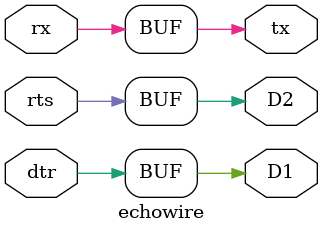
<source format=v>
module echowire(input wire dtr,
                input wire rts,
                input wire rx,
                output wire tx,
                output wire D1,
                output wire D2);

assign D1 = dtr;
assign D2 = rts;

assign tx = rx;

endmodule
</source>
